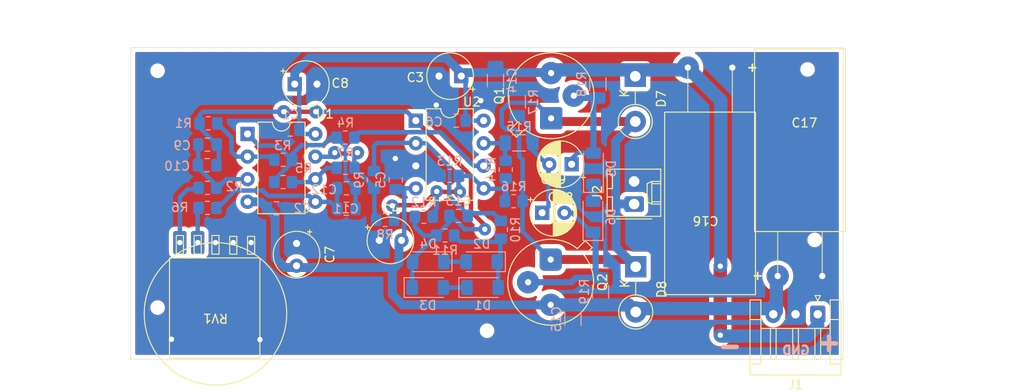
<source format=kicad_pcb>
(kicad_pcb (version 20241229) (generator "pcbnew") (generator_version "9.0")
  (layers (0 "F.Cu" signal) (2 "B.Cu" signal) (13 "F.Paste" user) (15 "B.Paste" user) (5 "F.SilkS" user "F.Silkscreen") (7 "B.SilkS" user "B.Silkscreen") (1 "F.Mask" user) (3 "B.Mask" user) (25 "Edge.Cuts" user))
  (net 0 "")
  (net 1 "Net-(D3-K)")
  (net 2 "GND")
  (net 3 "-5V")
  (net 4 "+5V")
  (net 5 "Net-(D1-A)")
  (net 6 "Net-(D1-K)")
  (net 7 "Net-(D2-A)")
  (net 8 "Net-(D5-A)")
  (net 9 "Net-(D5-K)")
  (net 10 "Net-(R7-Pad1)")
  (net 11 "Net-(R14-Pad1)")
  (net 12 "Net-(C18-Pad2)")
  (net 13 "Net-(D6-K)")
  (net 14 "Net-(U1A-+)")
  (net 15 "Net-(U1B-+)")
  (net 16 "Net-(U2A--)")
  (net 17 "Net-(U1A--)")
  (net 18 "Net-(U2B--)")
  (net 19 "Net-(U1B--)")
  (net 20 "Net-(U2B-+)")
  (net 21 "Net-(C11-Pad1)")
  (net 22 "Net-(RV1-R_out)")
  (net 23 "Net-(RV1-L_out)")
  (net 24 "Net-(D7-A)")
  (footprint "MountingHole:ToolingHole_1.152mm" (layer "F.Cu") (at 157.305112 105.85)
    (property "Reference" "REF**" (hide yes))
    (property "Value" "ToolingHole_1.152mm")
  )
  (footprint "Capacitor_THT:CP_Radial_Tantal_D5.0mm_P2.50mm" (layer "F.Cu") (at 135.910225 96.05 -90)
    (property "Reference" "C7")
    (property "Value" "22u/10v")
  )
  (footprint "Capacitor_THT:CP_Radial_Tantal_D5.0mm_P2.50mm" (layer "F.Cu") (at 154.410225 77.25 180)
    (property "Reference" "C3")
    (property "Value" "22u/10v")
  )
  (footprint "MountingHole:ToolingHole_1.152mm" (layer "F.Cu") (at 120.305112 103.25)
    (property "Reference" "REF**" (hide yes))
    (property "Value" "ToolingHole_1.152mm")
  )
  (footprint "MountingHole:ToolingHole_1.152mm" (layer "F.Cu") (at 194.105112 95.65)
    (property "Reference" "REF**" (hide yes))
    (property "Value" "ToolingHole_1.152mm")
  )
  (footprint "Connector_JST:JST_EH_S3B-EH_1x03_P2.50mm_Horizontal" (layer "F.Cu") (at 194.455112 104 180)
    (property "Reference" "J1")
    (property "Value" "Power")
  )
  (footprint "Package_TO_SOT_THT:TO-39-3" (layer "F.Cu") (at 164.505112 81.99 90)
    (property "Reference" "Q1")
    (property "Value" "BC141")
  )
  (footprint "MountingHole:ToolingHole_1.152mm" (layer "F.Cu") (at 193.305112 76.5)
    (property "Reference" "REF**" (hide yes))
    (property "Value" "ToolingHole_1.152mm")
  )
  (footprint "Connector_Molex:Molex_KK-254_AE-6410-02A_1x02_P2.54mm_Vertical" (layer "F.Cu") (at 173.825112 91.62 90)
    (property "Reference" "J2")
    (property "Value" "Output")
  )
  (footprint "Capacitor_THT:CP_Radial_D5.0mm_P2.50mm" (layer "F.Cu") (at 166.805112 87.15 180)
    (property "Reference" "C18")
    (property "Value" "100u/16V")
  )
  (footprint "Kondensatory_elektrolityczne:2200u_6.3V" (layer "F.Cu") (at 192.455112 83.905)
    (property "Reference" "C17")
    (property "Value" "2200u/6.3V")
  )
  (footprint "MountingHole:ToolingHole_1.152mm" (layer "F.Cu") (at 120.305112 76.65)
    (property "Reference" "REF**" (hide yes))
    (property "Value" "ToolingHole_1.152mm")
  )
  (footprint "Kondensatory_elektrolityczne:2200u_6.3V" (layer "F.Cu") (at 182.355112 92.095 180)
    (property "Reference" "C16")
    (property "Value" "2200u/6.3v")
  )
  (footprint "Package_DIP:DIP-8_W7.62mm" (layer "F.Cu") (at 130.405112 83.75)
    (property "Reference" "U1")
    (property "Value" "RC4558")
  )
  (footprint "Diode_THT:D_DO-15_P5.08mm_Vertical_KathodeUp" (layer "F.Cu") (at 173.955112 77.27 -90)
    (property "Reference" "D7")
    (property "Value" "1N4001")
  )
  (footprint "Capacitor_THT:CP_Radial_Tantal_D5.0mm_P2.50mm" (layer "F.Cu") (at 145.205112 95.7)
    (property "Reference" "C4")
    (property "Value" "22u/10v")
  )
  (footprint "Package_TO_SOT_THT:TO-39-3" (layer "F.Cu") (at 164.455112 97.86 -90)
    (property "Reference" "Q2")
    (property "Value" "BC161")
  )
  (footprint "Capacitor_THT:CP_Radial_D5.0mm_P2.50mm" (layer "F.Cu") (at 163.5 92.6)
    (property "Reference" "C19")
    (property "Value" "100u/16V")
  )
  (footprint "Package_DIP:DIP-8_W7.62mm" (layer "F.Cu") (at 149.305112 82.25)
    (property "Reference" "U2")
    (property "Value" "RC4558")
  )
  (footprint "Capacitor_THT:CP_Radial_Tantal_D5.0mm_P2.50mm" (layer "F.Cu") (at 135.705112 78.15)
    (property "Reference" "C8")
    (property "Value" "22u/10v")
  )
  (footprint "Potencjometr_THT:Potencjometr_podwójny_mp3" (layer "F.Cu") (at 126.805112 103.95 180)
    (property "Reference" "RV1")
    (property "Value" "~")
  )
  (footprint "Diode_THT:D_DO-15_P5.08mm_Vertical_KathodeUp" (layer "F.Cu") (at 174.005112 98.66 -90)
    (property "Reference" "D8")
    (property "Value" "1N4001")
  )
  (footprint "Resistor_SMD:R_0805_2012Metric_Pad1.20x1.40mm_HandSolder" (layer "B.Cu") (at 126.005112 82.55)
    (property "Reference" "R1")
    (property "Value" "10k")
  )
  (footprint "Resistor_SMD:R_0805_2012Metric_Pad1.20x1.40mm_HandSolder" (layer "B.Cu") (at 145.855112 93.4)
    (property "Reference" "R8")
    (property "Value" "10k")
  )
  (footprint "Capacitor_SMD:C_0805_2012Metric_Pad1.18x1.45mm_HandSolder" (layer "B.Cu") (at 125.905112 84.95 180)
    (property "Reference" "C9")
    (property "Value" "220n")
  )
  (footprint "Capacitor_SMD:C_0805_2012Metric_Pad1.18x1.45mm_HandSolder" (layer "B.Cu") (at 125.867612 87.25 180)
    (property "Reference" "C10")
    (property "Value" "220n")
  )
  (footprint "Resistor_SMD:R_0805_2012Metric_Pad1.20x1.40mm_HandSolder" (layer "B.Cu") (at 125.905112 89.8)
    (property "Reference" "R2")
    (property "Value" "43k")
  )
  (footprint "Diode_SMD:D_MiniMELF" (layer "B.Cu") (at 156.705112 98.1 180)
    (property "Reference" "D2")
    (property "Value" "1N4148W")
  )
  (footprint "Resistor_SMD:R_1206_3216Metric_Pad1.30x1.75mm_HandSolder" (layer "B.Cu") (at 169.755112 78.15 -90)
    (property "Reference" "R18")
    (property "Value" "2k")
  )
  (footprint "Resistor_SMD:R_1206_3216Metric_Pad1.30x1.75mm_HandSolder" (layer "B.Cu") (at 170.055112 101.45 -90)
    (property "Reference" "R19")
    (property "Value" "2k")
  )
  (footprint "Resistor_SMD:R_1206_3216Metric_Pad1.30x1.75mm_HandSolder" (layer "B.Cu") (at 160.705112 80.15 90)
    (property "Reference" "R17")
    (property "Value" "5k1")
  )
  (footprint "Capacitor_SMD:C_0805_2012Metric_Pad1.18x1.45mm_HandSolder" (layer "B.Cu") (at 141.505112 89.85 180)
    (property "Reference" "C12")
    (property "Value" "220n")
  )
  (footprint "Diode_SMD:D_MiniMELF" (layer "B.Cu") (at 150.655112 101)
    (property "Reference" "D3")
    (property "Value" "1N4148W")
  )
  (footprint "Diode_SMD:D_MiniMELF" (layer "B.Cu") (at 150.705112 98.1 180)
    (property "Reference" "D4")
    (property "Value" "1N4148W")
  )
  (footprint "Capacitor_SMD:C_0805_2012Metric_Pad1.18x1.45mm_HandSolder" (layer "B.Cu") (at 154.105112 92.95 180)
    (property "Reference" "C13")
    (property "Value" "270p")
  )
  (footprint "Resistor_SMD:R_0805_2012Metric_Pad1.20x1.40mm_HandSolder" (layer "B.Cu") (at 150.205112 93.05 180)
    (property "Reference" "R12")
    (property "Value" "10k")
  )
  (footprint "Diode_SMD:D_MiniMELF" (layer "B.Cu") (at 169.255112 87.65 90)
    (property "Reference" "D5")
    (property "Value" "1N4148W")
  )
  (footprint "Resistor_SMD:R_0805_2012Metric_Pad1.20x1.40mm_HandSolder" (layer "B.Cu") (at 144.605112 88.9 -90)
    (property "Reference" "R9")
    (property "Value" "4k7")
  )
  (footprint "Resistor_SMD:R_0805_2012Metric_Pad1.20x1.40mm_HandSolder" (layer "B.Cu") (at 152.605112 95.15)
    (property "Reference" "R11")
    (property "Value" "3k9")
  )
  (footprint "Resistor_SMD:R_0805_2012Metric_Pad1.20x1.40mm_HandSolder" (layer "B.Cu") (at 134.405112 89.15 180)
    (property "Reference" "R5")
    (property "Value" "10k")
  )
  (footprint "Resistor_SMD:R_0805_2012Metric_Pad1.20x1.40mm_HandSolder" (layer "B.Cu") (at 125.905112 92.05)
    (property "Reference" "R6")
    (property "Value" "43k")
  )
  (footprint "Diode_SMD:D_MiniMELF" (layer "B.Cu") (at 169.205112 93.05 90)
    (property "Reference" "D6")
    (property "Value" "1N4148W")
  )
  (footprint "Resistor_SMD:R_0805_2012Metric_Pad1.20x1.40mm_HandSolder" (layer "B.Cu") (at 153.105112 88.45 180)
    (property "Reference" "R13")
    (property "Value" "15k")
  )
  (footprint "Capacitor_SMD:C_0805_2012Metric_Pad1.18x1.45mm_HandSolder" (layer "B.Cu") (at 147.055112 88.9 -90)
    (property "Reference" "C5")
    (property "Value" "100n")
  )
  (footprint "Capacitor_SMD:C_1206_3216Metric_Pad1.33x1.80mm_HandSolder" (layer "B.Cu") (at 158.255112 77.75 90)
    (property "Reference" "C14")
    (property "Value" "100n")
  )
  (footprint "Capacitor_SMD:C_0805_2012Metric_Pad1.18x1.45mm_HandSolder" (layer "B.Cu") (at 153.855112 82.25 180)
    (property "Reference" "C6")
    (property "Value" "100n")
  )
  (footprint "Capacitor_SMD:C_0805_2012Metric_Pad1.18x1.45mm_HandSolder" (layer "B.Cu") (at 135.205112 83.25 180)
    (property "Reference" "C1")
    (property "Value" "100n")
  )
  (footprint "Resistor_SMD:R_0805_2012Metric_Pad1.20x1.40mm_HandSolder" (layer "B.Cu") (at 158.855112 94.5 90)
    (property "Reference" "R10")
    (property "Value" "1k8")
  )
  (footprint "Resistor_SMD:R_1206_3216Metric_Pad1.30x1.75mm_HandSolder" (layer "B.Cu") (at 160.905112 84.75 180)
    (property "Reference" "R15")
    (property "Value" "100")
  )
  (footprint "Capacitor_SMD:C_1206_3216Metric_Pad1.33x1.80mm_HandSolder" (layer "B.Cu") (at 166.955112 104.55 -90)
    (property "Reference" "C15")
    (property "Value" "100n")
  )
  (footprint "Diode_SMD:D_MiniMELF" (layer "B.Cu") (at 156.805112 101)
    (property "Reference" "D1")
    (property "Value" "1N4148W")
  )
  (footprint "Capacitor_SMD:C_0805_2012Metric_Pad1.18x1.45mm_HandSolder" (layer "B.Cu") (at 141.505112 92.15 180)
    (property "Reference" "C11")
    (property "Value" "220n")
  )
  (footprint "Resistor_SMD:R_0805_2012Metric_Pad1.20x1.40mm_HandSolder" (layer "B.Cu") (at 159.405112 87.75 -90)
    (property "Reference" "R14")
    (property "Value" "10k")
  )
  (footprint "Capacitor_SMD:C_0805_2012Metric_Pad1.18x1.45mm_HandSolder" (layer "B.Cu") (at 133.655112 92.1)
    (property "Reference" "C2")
    (property "Value" "100n")
  )
  (footprint "Resistor_SMD:R_0805_2012Metric_Pad1.20x1.40mm_HandSolder" (layer "B.Cu") (at 141.405112 87.55 180)
    (property "Reference" "R7")
    (property "Value" "10k")
  )
  (footprint "Resistor_SMD:R_0805_2012Metric_Pad1.20x1.40mm_HandSolder" (layer "B.Cu") (at 141.405112 84.15 180)
    (property "Reference" "R4")
    (property "Value" "10k")
  )
  (footprint "Resistor_SMD:R_0805_2012Metric_Pad1.20x1.40mm_HandSolder" (layer "B.Cu") (at 134.405112 86.65)
    (property "Reference" "R3")
    (property "Value" "10k")
  )
  (footprint "Resistor_SMD:R_0805_2012Metric_Pad1.20x1.40mm_HandSolder" (layer "B.Cu") (at 160.305112 91.3 180)
    (property "Reference" "R16")
    (property "Value" "100k")
  )
  (gr_rect (start 117.305112 74.05) (end 197.305112 109.05) (stroke (width 0.05)) (fill no) (layer "Edge.Cuts"))
  (gr_text "-" (at 186.155112 108.7 -0) (layer "B.SilkS") (effects (font (size 2 2) (thickness 0.5) (bold yes)) (justify left bottom mirror)))
  (gr_text "+" (at 194.155112 108.3 -0) (layer "B.SilkS") (effects (font (size 2 2) (thickness 0.5) (bold yes)) (justify left bottom)))
  (gr_text "GND" (at 192.005112 108.65 -0) (layer "B.SilkS") (effects (font (size 1 1) (thickness 0.25) (bold yes)) (justify bottom mirror)))
  (segment (start 157.055112 94) (end 155.505112 92.45) (width 0.5) (layer "F.Cu") (net 1))
  (segment (start 138.065112 81.25) (end 134.475112 81.25) (width 0.5) (layer "F.Cu") (net 1))
  (segment (start 157.055112 94.45) (end 157.055112 94) (width 0.5) (layer "F.Cu") (net 1))
  (segment (start 155.505112 92.45) (end 155.505112 88.45) (width 0.5) (layer "F.Cu") (net 1))
  (segment (start 155.505112 88.45) (end 149.305112 82.25) (width 0.5) (layer "F.Cu") (net 1))
  (via (at 157.055112 94.45) (size 1.4) (drill 0.6) (layers "F.Cu" "B.Cu") (net 1))
  (via (at 138.065112 81.25) (size 1.5) (drill 0.6) (layers "F.Cu" "B.Cu") (net 1))
  (via (at 134.475112 81.25) (size 1.5) (drill 0.6) (layers "F.Cu" "B.Cu") (net 1))
  (segment (start 151.605112 95.15) (end 151.249656 95.15) (width 0.3) (layer "B.Cu") (net 1))
  (segment (start 148.905112 101) (end 148.905112 98.15) (width 0.5) (layer "B.Cu") (net 1))
  (segment (start 148.955112 97.8) (end 151.605112 95.15) (width 0.5) (layer "B.Cu") (net 1))
  (segment (start 125.005112 81.65) (end 125.005112 82.55) (width 0.5) (layer "B.Cu") (net 1))
  (segment (start 148.655112 98.05) (end 148.705112 98.05) (width 0.3) (layer "B.Cu") (net 1))
  (segment (start 153.305112 92.95) (end 153.067612 92.95) (width 0.3) (layer "B.Cu") (net 1))
  (segment (start 149.205112 93.05) (end 149.205112 94.15) (width 0.5) (layer "B.Cu") (net 1))
  (segment (start 157.055112 94.4) (end 157.005112 94.45) (width 0.3) (layer "B.Cu") (net 1))
  (segment (start 134.475112 81.25) (end 125.405112 81.25) (width 0.5) (layer "B.Cu") (net 1))
  (segment (start 150.205112 95.15) (end 151.605112 95.15) (width 0.5) (layer "B.Cu") (net 1))
  (segment (start 125.005112 82.55) (end 125.005112 83.0125) (width 0.5) (layer "B.Cu") (net 1))
  (segment (start 151.249656 95.15) (end 151.149656 95.05) (width 0.3) (layer "B.Cu") (net 1))
  (segment (start 138.065112 81.25) (end 148.305112 81.25) (width 0.5) (layer "B.Cu") (net 1))
  (segment (start 149.205112 94.15) (end 150.205112 95.15) (width 0.5) (layer "B.Cu") (net 1))
  (segment (start 127.180112 87.1125) (end 127.142612 87.15) (width 0.5) (layer "B.Cu") (net 1))
  (segment (start 125.405112 81.25) (end 125.005112 81.65) (width 0.5) (layer "B.Cu") (net 1))
  (segment (start 157.005112 94.45) (end 154.805112 94.45) (width 0.5) (layer "B.Cu") (net 1))
  (segment (start 127.180112 84.85) (end 127.180112 87.1125) (width 0.5) (layer "B.Cu") (net 1))
  (segment (start 148.305112 81.25) (end 149.305112 82.25) (width 0.5) (layer "B.Cu") (net 1))
  (segment (start 157.055112 94.45) (end 157.055112 94.4) (width 0.3) (layer "B.Cu") (net 1))
  (segment (start 153.067612 93.6875) (end 151.605112 95.15) (width 0.5) (layer "B.Cu") (net 1))
  (segment (start 153.067612 92.65) (end 153.067612 93.6875) (width 0.3) (layer "B.Cu") (net 1))
  (segment (start 154.805112 94.45) (end 153.305112 92.95) (width 0.5) (layer "B.Cu") (net 1))
  (segment (start 125.005112 83.0125) (end 126.942612 84.95) (width 0.5) (layer "B.Cu") (net 1))
  (via (at 147.005112 86.5) (size 1.5) (drill 0.6) (layers "F.Cu" "B.Cu") (net 2))
  (via (at 151.605112 80.5) (size 1.5) (drill 0.6) (layers "F.Cu" "B.Cu") (net 2))
  (via (at 156.605112 80) (size 1.5) (drill 0.6) (layers "F.Cu" "B.Cu") (net 2))
  (segment (start 152.205112 82.1875) (end 152.267612 82.25) (width 0.3) (layer "B.Cu") (net 2))
  (segment (start 147.042612 89.85) (end 149.285112 89.85) (width 0.5) (layer "B.Cu") (net 3))
  (segment (start 133.505112 97.7) (end 133.605112 97.8) (width 0.5) (layer "B.Cu") (net 3))
  (segment (start 174.005112 103.74) (end 173.215112 102.95) (width 1) (layer "B.Cu") (net 3))
  (segment (start 189.805112 99.855) (end 189.805112 103.65) (width 1.5) (layer "B.Cu") (net 3))
  (segment (start 164.385112 102.95) (end 147.855112 102.95) (width 1) (layer "B.Cu") (net 3))
  (segment (start 131.887612 91.37) (end 131.918612 91.401) (width 1) (layer "B.Cu") (net 3))
  (segment (start 131.918612 91.401) (end 133.505112 92.9875) (width 1) (layer "B.Cu") (net 3))
  (segment (start 133.655112 97.8) (end 134.605112 98.75) (width 1) (layer "B.Cu") (net 3))
  (segment (start 133.605112 97.8) (end 133.655112 97.8) (width 0.5) (layer "B.Cu") (net 3))
  (segment (start 188.817612 103.3625) (end 189.455112 104) (width 1) (layer "B.Cu") (net 3))
  (segment (start 149.285112 89.85) (end 149.305112 89.87) (width 0.5) (layer "B.Cu") (net 3))
  (segment (start 134.605112 98.75) (end 146.905112 98.75) (width 1) (layer "B.Cu") (net 3))
  (segment (start 174.005112 103.74) (end 174.382612 103.3625) (width 1) (layer "B.Cu") (net 3))
  (segment (start 147.855112 102.95) (end 146.665112 101.76) (width 1) (layer "B.Cu") (net 3))
  (segment (start 173.215112 102.95) (end 164.465112 102.95) (width 1.5) (layer "B.Cu") (net 3))
  (segment (start 148.005112 90.05) (end 148.005112 95.4) (width 0.5) (layer "B.Cu") (net 3))
  (segment (start 148.005112 95.4) (end 147.705112 95.7) (width 0.5) (layer "B.Cu") (net 3))
  (segment (start 147.705112 95.7) (end 147.405112 96) (width 0.5) (layer "B.Cu") (net 3))
  (segment (start 147.405112 96) (end 147.405112 98.25) (width 1) (layer "B.Cu") (net 3))
  (segment (start 174.395112 103.35) (end 174.005112 103.74) (width 1) (layer "B.Cu") (net 3))
  (segment (start 147.405112 98.25) (end 146.905112 98.75) (width 1) (layer "B.Cu") (net 3))
  (segment (start 189.805112 103.65) (end 189.455112 104) (width 1) (layer "B.Cu") (net 3))
  (segment (start 130.405112 91.37) (end 131.887612 91.37) (width 1) (layer "B.Cu") (net 3))
  (segment (start 146.665112 101.76) (end 146.665112 98.99) (width 1) (layer "B.Cu") (net 3))
  (segment (start 164.415112 102.98) (end 164.385112 102.95) (width 0.5) (layer "B.Cu") (net 3))
  (segment (start 164.465112 102.95) (end 164.455112 102.94) (width 1) (layer "B.Cu") (net 3))
  (segment (start 174.382612 103.3625) (end 188.817612 103.3625) (width 1.5) (layer "B.Cu") (net 3))
  (segment (start 133.505112 92.9875) (end 133.505112 97.7) (width 1) (layer "B.Cu") (net 3))
  (segment (start 189.705112 99.755) (end 189.805112 99.855) (width 1) (layer "B.Cu") (net 3))
  (segment (start 183.505112 98.6) (end 183.505112 106.35) (width 1.5) (layer "F.Cu") (net 4))
  (segment (start 183.505112 106.35) (end 183.405112 106.25) (width 1) (layer "F.Cu") (net 4))
  (segment (start 183.705112 98.8) (end 183.505112 98.6) (width 1) (layer "F.Cu") (net 4))
  (via (at 183.505112 106.35) (size 1.5) (drill 0.6) (layers "F.Cu" "B.Cu") (net 4))
  (via (at 183.505112 98.6) (size 1.5) (drill 0.6) (layers "F.Cu" "B.Cu") (net 4))
  (segment (start 183.555112 98.55) (end 183.555112 79.995) (width 1.5) (layer "B.Cu") (net 4))
  (segment (start 154.892612 82.25) (end 154.892612 78.067613) (width 0.5) (layer "B.Cu") (net 4))
  (segment (start 179.600112 76.55) (end 179.855112 76.295) (width 1) (layer "B.Cu") (net 4))
  (segment (start 164.865112 76.55) (end 179.600112 76.55) (width 1.5) (layer "B.Cu") (net 4))
  (segment (start 164.505112 76.91) (end 164.865112 76.55) (width 1) (layer "B.Cu") (net 4))
  (segment (start 183.605112 106.45) (end 193.305112 106.45) (width 1.5) (layer "B.Cu") (net 4))
  (segment (start 137.325112 75.21) (end 152.715112 75.21) (width 1) (layer "B.Cu") (net 4))
  (segment (start 154.410225 76.905113) (end 154.410225 77.25) (width 1) (layer "B.Cu") (net 4))
  (segment (start 193.305112 106.45) (end 194.455112 105.3) (width 1.5) (layer "B.Cu") (net 4))
  (segment (start 135.705112 76.83) (end 137.325112 75.21) (width 1) (layer "B.Cu") (net 4))
  (segment (start 194.455112 105.3) (end 194.455112 104) (width 1) (layer "B.Cu") (net 4))
  (segment (start 183.505112 106.35) (end 183.605112 106.45) (width 1) (layer "B.Cu") (net 4))
  (segment (start 183.555112 79.995) (end 179.855112 76.295) (width 1.5) (layer "B.Cu") (net 4))
  (segment (start 136.215112 78.66) (end 136.215112 83.2225) (width 0.5) (layer "B.Cu") (net 4))
  (segment (start 154.810225 76.85) (end 164.445112 76.85) (width 1) (layer "B.Cu") (net 4))
  (segment (start 164.445112 76.85) (end 164.505112 76.91) (width 0.5) (layer "B.Cu") (net 4))
  (segment (start 183.505112 98.6) (end 183.555112 98.55) (width 1) (layer "B.Cu") (net 4))
  (segment (start 135.705112 78.15) (end 135.805112 78.15) (width 1) (layer "B.Cu") (net 4))
  (segment (start 136.215112 83.2225) (end 136.242612 83.25) (width 0.5) (layer "B.Cu") (net 4))
  (segment (start 138.025112 83.75) (end 136.042612 83.75) (width 0.5) (layer "B.Cu") (net 4))
  (segment (start 154.410225 77.744887) (end 154.410225 76.95) (width 0.5) (layer "B.Cu") (net 4))
  (segment (start 152.715112 75.21) (end 154.410225 76.905113) (width 1) (layer "B.Cu") (net 4))
  (segment (start 135.705112 78.15) (end 135.705112 76.83) (width 1) (layer "B.Cu") (net 4))
  (segment (start 154.410225 77.25) (end 154.810225 76.85) (width 1) (layer "B.Cu") (net 4))
  (segment (start 154.410225 76.95) (end 154.510225 76.85) (width 0.5) (layer "B.Cu") (net 4))
  (segment (start 135.705112 78.15) (end 136.215112 78.66) (width 0.5) (layer "B.Cu") (net 4))
  (segment (start 156.925112 82.25) (end 154.892612 82.25) (width 0.5) (layer "B.Cu") (net 4))
  (segment (start 158.805112 97.75) (end 158.805112 95.55) (width 0.5) (layer "B.Cu") (net 5))
  (segment (start 158.455112 98.1) (end 158.805112 97.75) (width 0.5) (layer "B.Cu") (net 5))
  (segment (start 158.805112 95.55) (end 158.855112 95.5) (width 0.5) (layer "B.Cu") (net 5))
  (segment (start 158.555112 98.2) (end 158.455112 98.1) (width 0.5) (layer "B.Cu") (net 5))
  (segment (start 158.855112 95.5) (end 158.505112 95.85) (width 0.5) (layer "B.Cu") (net 5))
  (segment (start 158.505112 95.85) (end 154.305112 95.85) (width 0.5) (layer "B.Cu") (net 5))
  (segment (start 158.555112 101) (end 158.555112 98.2) (width 0.5) (layer "B.Cu") (net 5))
  (segment (start 154.305112 95.85) (end 153.605112 95.15) (width 0.5) (layer "B.Cu") (net 5))
  (segment (start 152.405112 101) (end 155.055112 101) (width 0.5) (layer "B.Cu") (net 6))
  (segment (start 152.455112 98.1) (end 154.955112 98.1) (width 0.5) (layer "B.Cu") (net 7))
  (segment (start 169.755112 85.85) (end 167.505112 85.85) (width 0.5) (layer "B.Cu") (net 8))
  (segment (start 169.255112 80.2) (end 169.255112 85.35) (width 0.7) (layer "B.Cu") (net 8))
  (segment (start 166.805112 86.55) (end 166.805112 87.15) (width 0.5) (layer "B.Cu") (net 8))
  (segment (start 169.755112 79.7) (end 167.295112 79.7) (width 0.7) (layer "B.Cu") (net 8))
  (segment (start 167.295112 79.7) (end 167.045112 79.45) (width 0.5) (layer "B.Cu") (net 8))
  (segment (start 167.505112 85.85) (end 166.805112 86.55) (width 0.5) (layer "B.Cu") (net 8))
  (segment (start 169.205112 89.45) (end 169.205112 91.3) (width 1) (layer "B.Cu") (net 9))
  (segment (start 169.255112 89.4) (end 169.205112 89.45) (width 0.5) (layer "B.Cu") (net 9))
  (segment (start 142.755112 85.85) (end 142.655112 85.95) (width 0.5) (layer "F.Cu") (net 10))
  (segment (start 140.205112 85.85) (end 140.355112 85.85) (width 0.3) (layer "F.Cu") (net 10))
  (segment (start 140.305112 85.95) (end 140.205112 85.85) (width 0.5) (layer "F.Cu") (net 10))
  (segment (start 142.655112 85.95) (end 140.305112 85.95) (width 0.5) (layer "F.Cu") (net 10))
  (via (at 142.755112 85.85) (size 1.5) (drill 0.6) (layers "F.Cu" "B.Cu") (net 10))
  (via (at 140.205112 85.85) (size 1.5) (drill 0.6) (layers "F.Cu" "B.Cu") (net 10))
  (segment (start 142.405112 86.25) (end 142.405112 87.55) (width 0.5) (layer "B.Cu") (net 10))
  (segment (start 138.035112 86.3) (end 138.025112 86.29) (width 0.5) (layer "B.Cu") (net 10))
  (segment (start 142.755112 85.85) (end 142.755112 85.9) (width 0.5) (layer "B.Cu") (net 10))
  (segment (start 142.755112 85.9) (end 142.405112 86.25) (width 0.5) (layer "B.Cu") (net 10))
  (segment (start 144.655112 93.2) (end 144.655112 90.1) (width 0.5) (layer "B.Cu") (net 10))
  (segment (start 142.405112 87.55) (end 142.705112 87.25) (width 0.3) (layer "B.Cu") (net 10))
  (segment (start 144.655112 90.1) (end 144.605112 90.05) (width 0.5) (layer "B.Cu") (net 10))
  (segment (start 144.605112 89.75) (end 144.605112 89.9) (width 0.3) (layer "B.Cu") (net 10))
  (segment (start 140.205112 86) (end 139.905112 86.3) (width 0.5) (layer "B.Cu") (net 10))
  (segment (start 139.905112 86.3) (end 138.035112 86.3) (width 0.5) (layer "B.Cu") (net 10))
  (segment (start 140.205112 85.85) (end 140.205112 86) (width 0.5) (layer "B.Cu") (net 10))
  (segment (start 142.405112 87.55) (end 144.605112 89.75) (width 0.5) (layer "B.Cu") (net 10))
  (segment (start 159.355112 84.25) (end 159.355112 86.7) (width 0.5) (layer "B.Cu") (net 11))
  (segment (start 159.355112 86.7) (end 159.405112 86.75) (width 0.5) (layer "B.Cu") (net 11))
  (segment (start 156.925112 84.79) (end 158.815112 84.79) (width 0.5) (layer "B.Cu") (net 11))
  (segment (start 161.955112 82.8) (end 161.955112 84.75) (width 0.5) (layer "B.Cu") (net 12))
  (segment (start 164.205112 91.894888) (end 163.5 92.6) (width 0.5) (layer "B.Cu") (net 12))
  (segment (start 160.855112 81.7) (end 161.955112 82.8) (width 0.5) (layer "B.Cu") (net 12))
  (segment (start 162.455112 85.6) (end 164.205112 87.35) (width 0.5) (layer "B.Cu") (net 12))
  (segment (start 163.5 92.6) (end 163.95 92.6) (width 0.5) (layer "B.Cu") (net 12))
  (segment (start 164.205112 87.35) (end 164.205112 91.894888) (width 0.5) (layer "B.Cu") (net 12))
  (segment (start 162.455112 84.75) (end 162.455112 85.6) (width 0.5) (layer "B.Cu") (net 12))
  (segment (start 160.705112 81.7) (end 160.855112 81.7) (width 0.5) (layer "B.Cu") (net 12))
  (segment (start 166 92.6) (end 166.855112 92.6) (width 0.5) (layer "B.Cu") (net 13))
  (segment (start 169.505112 95.25) (end 169.505112 99.65) (width 0.7) (layer "B.Cu") (net 13))
  (segment (start 166.775112 100.4) (end 167.275112 99.9) (width 0.7) (layer "B.Cu") (net 13))
  (segment (start 167.275112 99.9) (end 170.055112 99.9) (width 0.7) (layer "B.Cu") (net 13))
  (segment (start 161.915112 100.4) (end 166.775112 100.4) (width 0.7) (layer "B.Cu") (net 13))
  (segment (start 166.855112 92.6) (end 169.505112 95.25) (width 0.5) (layer "B.Cu") (net 13))
  (segment (start 124.867612 87.2125) (end 124.830112 87.25) (width 0.5) (layer "B.Cu") (net 14))
  (segment (start 124.867612 84.95) (end 124.867612 87.2125) (width 0.5) (layer "B.Cu") (net 14))
  (segment (start 126.905112 89.95) (end 128.025112 88.83) (width 0.5) (layer "B.Cu") (net 14))
  (segment (start 124.830112 87.25) (end 124.830112 87.475) (width 0.5) (layer "B.Cu") (net 14))
  (segment (start 124.830112 87.475) (end 126.905112 89.55) (width 0.5) (layer "B.Cu") (net 14))
  (segment (start 128.025112 88.83) (end 130.405112 88.83) (width 0.5) (layer "B.Cu") (net 14))
  (segment (start 126.905112 89.55) (end 126.905112 89.95) (width 0.5) (layer "B.Cu") (net 14))
  (segment (start 140.467612 92.15) (end 140.467612 89.85) (width 0.5) (layer "B.Cu") (net 15))
  (segment (start 138.025112 91.37) (end 139.687612 91.37) (width 0.5) (layer "B.Cu") (net 15))
  (segment (start 139.687612 91.37) (end 140.467612 92.15) (width 0.5) (layer "B.Cu") (net 15))
  (segment (start 137.355112 90.7) (end 138.025112 91.37) (width 0.5) (layer "B.Cu") (net 15))
  (segment (start 132.705112 90.7) (end 137.355112 90.7) (width 0.5) (layer "B.Cu") (net 15))
  (segment (start 140.467612 89.85) (end 140.467612 89.28125) (width 0.3) (layer "B.Cu") (net 15))
  (segment (start 127.055112 92.05) (end 129.005112 90.1) (width 0.5) (layer "B.Cu") (net 15))
  (segment (start 129.005112 90.1) (end 132.105112 90.1) (width 0.5) (layer "B.Cu") (net 15))
  (segment (start 127.055112 92.05) (end 126.905112 92.05) (width 0.3) (layer "B.Cu") (net 15))
  (segment (start 140.467612 89.28125) (end 140.436362 89.25) (width 0.3) (layer "B.Cu") (net 15))
  (segment (start 132.105112 90.1) (end 132.705112 90.7) (width 0.5) (layer "B.Cu") (net 15))
  (segment (start 149.265112 84.75) (end 149.305112 84.79) (width 0.3) (layer "B.Cu") (net 16))
  (segment (start 153.105112 87.45) (end 153.055112 87.4) (width 0.3) (layer "B.Cu") (net 16))
  (segment (start 144.605112 88.05) (end 144.605112 85.1) (width 0.5) (layer "B.Cu") (net 16))
  (segment (start 144.955112 84.75) (end 149.265112 84.75) (width 0.5) (layer "B.Cu") (net 16))
  (segment (start 153.055112 89.55) (end 153.055112 90.75) (width 0.5) (layer "B.Cu") (net 16))
  (segment (start 158.005112 92.65) (end 158.855112 93.5) (width 0.5) (layer "B.Cu") (net 16))
  (segment (start 153.105112 89.5) (end 153.105112 87.45) (width 0.4) (layer "B.Cu") (net 16))
  (segment (start 150.445112 84.79) (end 149.305112 84.79) (width 0.5) (layer "B.Cu") (net 16))
  (segment (start 154.955112 92.65) (end 158.005112 92.65) (width 0.5) (layer "B.Cu") (net 16))
  (segment (start 144.605112 85.1) (end 144.955112 84.75) (width 0.5) (layer "B.Cu") (net 16))
  (segment (start 153.055112 90.75) (end 154.955112 92.65) (width 0.5) (layer "B.Cu") (net 16))
  (segment (start 153.055112 87.4) (end 150.445112 84.79) (width 0.5) (layer "B.Cu") (net 16))
  (segment (start 130.405112 86.29) (end 129.165112 86.29) (width 0.5) (layer "B.Cu") (net 17))
  (segment (start 129.155112 86.3) (end 128.605112 85.75) (width 0.5) (layer "B.Cu") (net 17))
  (segment (start 130.405112 86.25) (end 130.405112 86.29) (width 0.5) (layer "B.Cu") (net 17))
  (segment (start 130.405112 86.29) (end 133.045112 86.29) (width 0.5) (layer "B.Cu") (net 17))
  (segment (start 128.605112 84.15) (end 127.005112 82.55) (width 0.5) (layer "B.Cu") (net 17))
  (segment (start 128.605112 85.75) (end 128.605112 84.15) (width 0.5) (layer "B.Cu") (net 17))
  (segment (start 133.045112 86.29) (end 133.405112 86.65) (width 0.5) (layer "B.Cu") (net 17))
  (segment (start 148.78693 83.539) (end 148.77593 83.55) (width 0.5) (layer "B.Cu") (net 18))
  (segment (start 149.823294 83.539) (end 148.78693 83.539) (width 0.5) (layer "B.Cu") (net 18))
  (segment (start 156.925112 87.33) (end 155.835112 87.33) (width 0.5) (layer "B.Cu") (net 18))
  (segment (start 148.77593 83.55) (end 143.005112 83.55) (width 0.5) (layer "B.Cu") (net 18))
  (segment (start 149.834294 83.55) (end 149.823294 83.539) (width 0.5) (layer "B.Cu") (net 18))
  (segment (start 143.005112 83.55) (end 142.405112 84.15) (width 0.5) (layer "B.Cu") (net 18))
  (segment (start 152.055112 83.55) (end 149.834294 83.55) (width 0.5) (layer "B.Cu") (net 18))
  (segment (start 155.835112 87.33) (end 152.055112 83.55) (width 0.5) (layer "B.Cu") (net 18))
  (segment (start 137.705112 89.15) (end 138.025112 88.83) (width 0.5) (layer "B.Cu") (net 19))
  (segment (start 135.405112 89.15) (end 137.705112 89.15) (width 0.5) (layer "B.Cu") (net 19))
  (segment (start 138.025112 88.83) (end 139.305112 87.55) (width 0.5) (layer "B.Cu") (net 19))
  (segment (start 139.305112 87.55) (end 140.405112 87.55) (width 0.5) (layer "B.Cu") (net 19))
  (segment (start 150.105112 91.75) (end 151.655112 90.2) (width 0.5) (layer "F.Cu") (net 20))
  (segment (start 154.255112 90.25) (end 151.705112 90.25) (width 0.5) (layer "F.Cu") (net 20))
  (segment (start 151.705112 90.25) (end 151.655112 90.2) (width 0.5) (layer "F.Cu") (net 20))
  (segment (start 146.705112 91.75) (end 150.105112 91.75) (width 0.5) (layer "F.Cu") (net 20))
  (segment (start 146.655112 91.8) (end 146.705112 91.75) (width 0.5) (layer "F.Cu") (net 20))
  (via (at 151.655112 90.2) (size 1.4) (drill 0.6) (layers "F.Cu" "B.Cu") (net 20))
  (via (at 154.255112 90.25) (size 1.4) (drill 0.6) (layers "F.Cu" "B.Cu") (net 20))
  (via (at 146.655112 91.8) (size 1.4) (drill 0.6) (layers "F.Cu" "B.Cu") (net 20))
  (segment (start 154.255112 90.25) (end 154.255112 89.65) (width 0.5) (layer "B.Cu") (net 20))
  (segment (start 151.655112 92.1) (end 151.105112 92.65) (width 0.5) (layer "B.Cu") (net 20))
  (segment (start 146.655112 91.8) (end 146.905112 92.05) (width 0.5) (layer "B.Cu") (net 20))
  (segment (start 154.105112 88.45) (end 155.505112 88.45) (width 0.5) (layer "B.Cu") (net 20))
  (segment (start 159.405112 88.75) (end 159.405112 91.2) (width 0.7) (layer "B.Cu") (net 20))
  (segment (start 151.655112 90.2) (end 151.655112 92.1) (width 0.5) (layer "B.Cu") (net 20))
  (segment (start 154.255112 89.65) (end 154.105112 89.5) (width 0.5) (layer "B.Cu") (net 20))
  (segment (start 156.955112 89.9) (end 156.925112 89.87) (width 0.5) (layer "B.Cu") (net 20))
  (segment (start 159.355112 89.9) (end 156.955112 89.9) (width 0.5) (layer "B.Cu") (net 20))
  (segment (start 155.505112 88.45) (end 156.925112 89.87) (width 0.5) (layer "B.Cu") (net 20))
  (segment (start 146.905112 92.05) (end 146.905112 93.15) (width 0.5) (layer "B.Cu") (net 20))
  (segment (start 154.105112 89.5) (end 154.105112 88.45) (width 0.5) (layer "B.Cu") (net 20))
  (segment (start 159.405112 91.2) (end 159.305112 91.3) (width 0.7) (layer "B.Cu") (net 20))
  (segment (start 141.455112 85.2) (end 141.405112 85.25) (width 0.4) (layer "B.Cu") (net 21))
  (segment (start 133.405112 88.95) (end 133.405112 89.15) (width 0.5) (layer "B.Cu") (net 21))
  (segment (start 135.405112 86.05) (end 135.405112 86.65) (width 0.3) (layer "B.Cu") (net 21))
  (segment (start 135.405112 86.95) (end 133.405112 88.95) (width 0.5) (layer "B.Cu") (net 21))
  (segment (start 141.455112 88.8) (end 141.905112 89.25) (width 0.3) (layer "B.Cu") (net 21))
  (segment (start 135.405112 86.65) (end 135.405112 86.95) (width 0.5) (layer "B.Cu") (net 21))
  (segment (start 138.905112 85) (end 139.755112 84.15) (width 0.5) (layer "B.Cu") (net 21))
  (segment (start 141.405112 85.25) (end 141.405112 88.75) (width 0.4) (layer "B.Cu") (net 21))
  (segment (start 142.505112 89.85) (end 142.542612 89.85) (width 0.5) (layer "B.Cu") (net 21))
  (segment (start 135.405112 86.05) (end 136.455112 85) (width 0.5) (layer "B.Cu") (net 21))
  (segment (start 133.805112 85.05) (end 135.405112 86.65) (width 0.5) (layer "B.Cu") (net 21))
  (segment (start 141.905112 89.25) (end 142.642612 89.25) (width 0.3) (layer "B.Cu") (net 21))
  (segment (start 130.405112 83.75) (end 131.705112 85.05) (width 0.5) (layer "B.Cu") (net 21))
  (segment (start 131.705112 85.05) (end 133.805112 85.05) (width 0.5) (layer "B.Cu") (net 21))
  (segment (start 141.405112 88.75) (end 141.455112 88.8) (width 0.4) (layer "B.Cu") (net 21))
  (segment (start 139.755112 84.15) (end 140.405112 84.15) (width 0.5) (layer "B.Cu") (net 21))
  (segment (start 136.455112 85) (end 138.905112 85) (width 0.5) (layer "B.Cu") (net 21))
  (segment (start 141.455112 88.8) (end 142.505112 89.85) (width 0.5) (layer "B.Cu") (net 21))
  (segment (start 140.405112 84.15) (end 141.455112 85.2) (width 0.5) (layer "B.Cu") (net 21))
  (segment (start 142.542612 89.85) (end 142.542612 91.95) (width 0.5) (layer "B.Cu") (net 21))
  (segment (start 124.805112 92.15) (end 124.805112 95.95) (width 0.5) (layer "B.Cu") (net 22))
  (segment (start 124.605112 92.05) (end 124.905112 92.05) (width 0.5) (layer "B.Cu") (net 22))
  (segment (start 124.905112 92.05) (end 124.805112 92.15) (width 0.5) (layer "B.Cu") (net 22))
  (segment (start 122.805112 90.85) (end 122.805112 95.95) (width 0.5) (layer "B.Cu") (net 23))
  (segment (start 123.705112 89.95) (end 122.805112 90.85) (width 0.5) (layer "B.Cu") (net 23))
  (segment (start 124.905112 89.95) (end 123.705112 89.95) (width 0.5) (layer "B.Cu") (net 23))
  (segment (start 164.505112 82.15) (end 164.505112 81.99) (width 1) (layer "F.Cu") (net 24))
  (segment (start 164.705112 82.35) (end 164.505112 82.15) (width 1) (layer "F.Cu") (net 24))
  (segment (start 173.955112 82.35) (end 164.705112 82.35) (width 1) (layer "F.Cu") (net 24))
  (segment (start 173.195112 97.85) (end 164.465112 97.85) (width 1) (layer "F.Cu") (net 24))
  (segment (start 164.465112 97.85) (end 164.455112 97.86) (width 1) (layer "F.Cu") (net 24))
  (segment (start 174.005112 98.66) (end 173.195112 97.85) (width 1) (layer "F.Cu") (net 24))
  (segment (start 171.805112 91.825) (end 171.805112 96.46) (width 1) (layer "B.Cu") (net 24))
  (segment (start 172.575112 91.62) (end 173.825112 91.62) (width 1) (layer "B.Cu") (net 24))
  (segment (start 171.755112 91.325) (end 172.030112 91.6) (width 1) (layer "B.Cu") (net 24))
  (segment (start 164.455112 97.86) (end 161.305112 94.71) (width 0.5) (layer "B.Cu") (net 24))
  (segment (start 160.905112 86.25) (end 160.905112 83.75) (width 0.5) (layer "B.Cu") (net 24))
  (segment (start 158.955112 82.77) (end 158.955112 81.1) (width 0.5) (layer "B.Cu") (net 24))
  (segment (start 172.030112 91.6) (end 171.805112 91.825) (width 1) (layer "B.Cu") (net 24))
  (segment (start 173.955112 82.35) (end 171.755112 84.55) (width 1) (layer "B.Cu") (net 24))
  (segment (start 160.405112 83.25) (end 159.435112 83.25) (width 0.5) (layer "B.Cu") (net 24))
  (segment (start 171.805112 96.46) (end 174.005112 98.66) (width 1) (layer "B.Cu") (net 24))
  (segment (start 172.030112 91.6) (end 172.555112 91.6) (width 1) (layer "B.Cu") (net 24))
  (segment (start 159.805112 80.25) (end 162.765112 80.25) (width 0.5) (layer "B.Cu") (net 24))
  (segment (start 162.765112 80.25) (end 164.505112 81.99) (width 0.5) (layer "B.Cu") (net 24))
  (segment (start 160.905112 83.75) (end 160.405112 83.25) (width 0.5) (layer "B.Cu") (net 24))
  (segment (start 172.555112 91.6) (end 172.575112 91.62) (width 1) (layer "B.Cu") (net 24))
  (segment (start 158.955112 81.1) (end 159.805112 80.25) (width 0.5) (layer "B.Cu") (net 24))
  (segment (start 161.305112 86.65) (end 160.905112 86.25) (width 0.5) (layer "B.Cu") (net 24))
  (segment (start 161.305112 94.71) (end 161.305112 86.65) (width 0.5) (layer "B.Cu") (net 24))
  (segment (start 159.435112 83.25) (end 158.955112 82.77) (width 0.5) (layer "B.Cu") (net 24))
  (segment (start 171.755112 84.55) (end 171.755112 91.325) (width 1) (layer "B.Cu") (net 24))
  (zone (net 2) (net_name "GND") (layers "F.Cu" "B.Cu") (connect_pads yes (clearance 0.5)) (min_thickness 0.25) (fill yes (thermal_gap 0.5) (thermal_bridge_width 0.5) (smoothing chamfer))
    (polygon (pts (xy 116.305112 73.05) (xy 198.305112 73.05) (xy 198.305112 110.05) (xy 116.305112 110.05)))
  )
)
</source>
